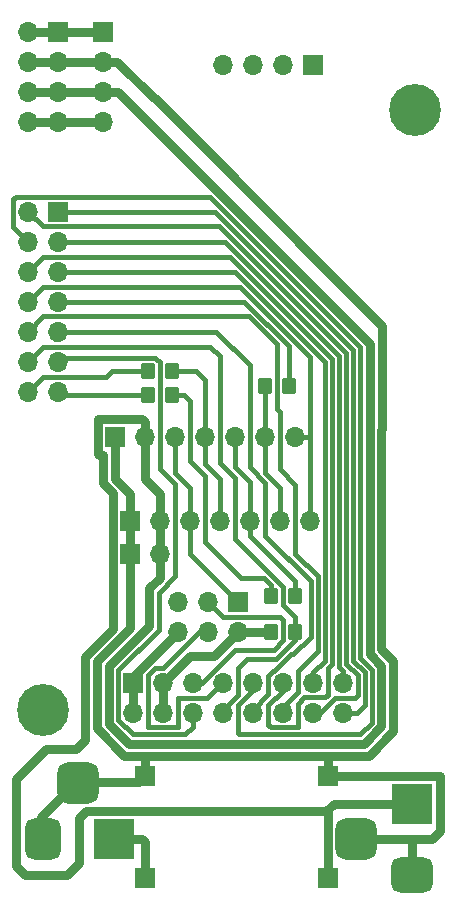
<source format=gbr>
%TF.GenerationSoftware,KiCad,Pcbnew,7.0.10*%
%TF.CreationDate,2024-01-29T09:08:00-07:00*%
%TF.ProjectId,AMPE32T30,414d5045-3332-4543-9330-2e6b69636164,rev?*%
%TF.SameCoordinates,PX76efc10PY5962530*%
%TF.FileFunction,Copper,L1,Top*%
%TF.FilePolarity,Positive*%
%FSLAX46Y46*%
G04 Gerber Fmt 4.6, Leading zero omitted, Abs format (unit mm)*
G04 Created by KiCad (PCBNEW 7.0.10) date 2024-01-29 09:08:00*
%MOMM*%
%LPD*%
G01*
G04 APERTURE LIST*
G04 Aperture macros list*
%AMRoundRect*
0 Rectangle with rounded corners*
0 $1 Rounding radius*
0 $2 $3 $4 $5 $6 $7 $8 $9 X,Y pos of 4 corners*
0 Add a 4 corners polygon primitive as box body*
4,1,4,$2,$3,$4,$5,$6,$7,$8,$9,$2,$3,0*
0 Add four circle primitives for the rounded corners*
1,1,$1+$1,$2,$3*
1,1,$1+$1,$4,$5*
1,1,$1+$1,$6,$7*
1,1,$1+$1,$8,$9*
0 Add four rect primitives between the rounded corners*
20,1,$1+$1,$2,$3,$4,$5,0*
20,1,$1+$1,$4,$5,$6,$7,0*
20,1,$1+$1,$6,$7,$8,$9,0*
20,1,$1+$1,$8,$9,$2,$3,0*%
G04 Aperture macros list end*
%TA.AperFunction,ComponentPad*%
%ADD10R,1.700000X1.700000*%
%TD*%
%TA.AperFunction,ComponentPad*%
%ADD11O,1.700000X1.700000*%
%TD*%
%TA.AperFunction,ComponentPad*%
%ADD12C,4.400000*%
%TD*%
%TA.AperFunction,SMDPad,CuDef*%
%ADD13RoundRect,0.250000X0.350000X0.450000X-0.350000X0.450000X-0.350000X-0.450000X0.350000X-0.450000X0*%
%TD*%
%TA.AperFunction,SMDPad,CuDef*%
%ADD14RoundRect,0.250000X-0.350000X-0.450000X0.350000X-0.450000X0.350000X0.450000X-0.350000X0.450000X0*%
%TD*%
%TA.AperFunction,ComponentPad*%
%ADD15R,3.500000X3.500000*%
%TD*%
%TA.AperFunction,ComponentPad*%
%ADD16RoundRect,0.750000X-0.750000X-1.000000X0.750000X-1.000000X0.750000X1.000000X-0.750000X1.000000X0*%
%TD*%
%TA.AperFunction,ComponentPad*%
%ADD17RoundRect,0.875000X-0.875000X-0.875000X0.875000X-0.875000X0.875000X0.875000X-0.875000X0.875000X0*%
%TD*%
%TA.AperFunction,ComponentPad*%
%ADD18RoundRect,0.750000X1.000000X-0.750000X1.000000X0.750000X-1.000000X0.750000X-1.000000X-0.750000X0*%
%TD*%
%TA.AperFunction,ComponentPad*%
%ADD19RoundRect,0.875000X0.875000X-0.875000X0.875000X0.875000X-0.875000X0.875000X-0.875000X-0.875000X0*%
%TD*%
%TA.AperFunction,Conductor*%
%ADD20C,0.800000*%
%TD*%
%TA.AperFunction,Conductor*%
%ADD21C,0.400000*%
%TD*%
G04 APERTURE END LIST*
D10*
%TO.P,J4,1,Pin_1*%
%TO.N,/GND*%
X10414000Y32004000D03*
D11*
%TO.P,J4,2,Pin_2*%
%TO.N,/VCC*%
X12954000Y32004000D03*
%TO.P,J4,3,Pin_3*%
%TO.N,/AUX*%
X15494000Y32004000D03*
%TO.P,J4,4,Pin_4*%
%TO.N,/RXD*%
X18034000Y32004000D03*
%TO.P,J4,5,Pin_5*%
%TO.N,/TXD*%
X20574000Y32004000D03*
%TO.P,J4,6,Pin_6*%
%TO.N,/M1*%
X23114000Y32004000D03*
%TO.P,J4,7,Pin_7*%
%TO.N,/M0*%
X25654000Y32004000D03*
%TD*%
D10*
%TO.P,J5,1,Pin_1*%
%TO.N,/GND*%
X10668000Y18288000D03*
D11*
%TO.P,J5,2,Pin_2*%
X10668000Y15748000D03*
%TO.P,J5,3,Pin_3*%
%TO.N,/VCC*%
X13208000Y18288000D03*
%TO.P,J5,4,Pin_4*%
X13208000Y15748000D03*
%TO.P,J5,5,Pin_5*%
%TO.N,/SCK*%
X15748000Y18288000D03*
%TO.P,J5,6,Pin_6*%
%TO.N,/SET*%
X15748000Y15748000D03*
%TO.P,J5,7,Pin_7*%
%TO.N,/SDA*%
X18288000Y18288000D03*
%TO.P,J5,8,Pin_8*%
%TO.N,/OK*%
X18288000Y15748000D03*
%TO.P,J5,9,Pin_9*%
%TO.N,/RES*%
X20828000Y18288000D03*
%TO.P,J5,10,Pin_10*%
%TO.N,/RT*%
X20828000Y15748000D03*
%TO.P,J5,11,Pin_11*%
%TO.N,/RS*%
X23368000Y18288000D03*
%TO.P,J5,12,Pin_12*%
%TO.N,/UP*%
X23368000Y15748000D03*
%TO.P,J5,13,Pin_13*%
%TO.N,/CS*%
X25908000Y18288000D03*
%TO.P,J5,14,Pin_14*%
%TO.N,/DW*%
X25908000Y15748000D03*
%TO.P,J5,15,Pin_15*%
%TO.N,/BL*%
X28448000Y18288000D03*
%TO.P,J5,16,Pin_16*%
%TO.N,/LFT*%
X28448000Y15748000D03*
%TD*%
D10*
%TO.P,J6,1,Pin_1*%
%TO.N,/GND*%
X10414000Y29210000D03*
D11*
%TO.P,J6,2,Pin_2*%
%TO.N,/VCC*%
X12954000Y29210000D03*
%TD*%
D12*
%TO.P,f,1*%
%TO.N,N/C*%
X34544000Y66802000D03*
%TD*%
%TO.P,e,1*%
%TO.N,N/C*%
X3048000Y16002000D03*
%TD*%
D10*
%TO.P,J7,1,Pin_1*%
%TO.N,/LFT*%
X4318000Y58166000D03*
D11*
%TO.P,J7,2,Pin_2*%
%TO.N,/DW*%
X1778000Y58166000D03*
%TO.P,J7,3,Pin_3*%
%TO.N,/BL*%
X4318000Y55626000D03*
%TO.P,J7,4,Pin_4*%
%TO.N,/RES*%
X1778000Y55626000D03*
%TO.P,J7,5,Pin_5*%
%TO.N,/CS*%
X4318000Y53086000D03*
%TO.P,J7,6,Pin_6*%
%TO.N,/RS*%
X1778000Y53086000D03*
%TO.P,J7,7,Pin_7*%
%TO.N,Net-(J7-Pin_7)*%
X4318000Y50546000D03*
%TO.P,J7,8,Pin_8*%
%TO.N,/M0*%
X1778000Y50546000D03*
%TO.P,J7,9,Pin_9*%
%TO.N,/RT*%
X4318000Y48006000D03*
%TO.P,J7,10,Pin_10*%
%TO.N,/UP*%
X1778000Y48006000D03*
%TO.P,J7,11,Pin_11*%
%TO.N,/SET*%
X4318000Y45466000D03*
%TO.P,J7,12,Pin_12*%
%TO.N,/OK*%
X1778000Y45466000D03*
%TO.P,J7,13,Pin_13*%
%TO.N,/TXR*%
X4318000Y42926000D03*
%TO.P,J7,14,Pin_14*%
%TO.N,/RXR*%
X1778000Y42926000D03*
%TD*%
D13*
%TO.P,R1,1*%
%TO.N,/RXD*%
X13938000Y44704000D03*
%TO.P,R1,2*%
%TO.N,/RXR*%
X11938000Y44704000D03*
%TD*%
D10*
%TO.P,MP,1*%
%TO.N,N/C*%
X25908000Y70612000D03*
D11*
%TO.P,MP,2*%
X23368000Y70612000D03*
%TO.P,MP,3*%
X20828000Y70612000D03*
%TO.P,MP,4*%
X18288000Y70612000D03*
%TD*%
D10*
%TO.P,J1,1,Pin_1*%
%TO.N,/VIN*%
X4318000Y73406000D03*
D11*
%TO.P,J1,2,Pin_2*%
X1778000Y73406000D03*
%TO.P,J1,3,Pin_3*%
%TO.N,/GND*%
X4318000Y70866000D03*
%TO.P,J1,4,Pin_4*%
X1778000Y70866000D03*
%TO.P,J1,5,Pin_5*%
%TO.N,/VCC*%
X4318000Y68326000D03*
%TO.P,J1,6,Pin_6*%
X1778000Y68326000D03*
%TO.P,J1,7,Pin_7*%
%TO.N,/3V3*%
X4318000Y65786000D03*
%TO.P,J1,8,Pin_8*%
X1778000Y65786000D03*
%TD*%
D10*
%TO.P,J3,1,Pin_1*%
%TO.N,/VIN*%
X8128000Y73406000D03*
D11*
%TO.P,J3,2,Pin_2*%
%TO.N,/GND*%
X8128000Y70866000D03*
%TO.P,J3,3,Pin_3*%
%TO.N,/VCC*%
X8128000Y68326000D03*
%TO.P,J3,4,Pin_4*%
%TO.N,/3V3*%
X8128000Y65786000D03*
%TD*%
D14*
%TO.P,R5,1*%
%TO.N,/M1*%
X21844000Y43434000D03*
%TO.P,R5,2*%
%TO.N,Net-(J7-Pin_7)*%
X23844000Y43434000D03*
%TD*%
D10*
%TO.P,J12,1,Pin_1*%
%TO.N,/VCC*%
X27178000Y1778000D03*
%TD*%
%TO.P,J14,1,Pin_1*%
%TO.N,/GND*%
X9144000Y39116000D03*
D11*
%TO.P,J14,2,Pin_2*%
%TO.N,/VCC*%
X11684000Y39116000D03*
%TO.P,J14,3,Pin_3*%
%TO.N,/AUX*%
X14224000Y39116000D03*
%TO.P,J14,4,Pin_4*%
%TO.N,/RXD*%
X16764000Y39116000D03*
%TO.P,J14,5,Pin_5*%
%TO.N,/TXD*%
X19304000Y39116000D03*
%TO.P,J14,6,Pin_6*%
%TO.N,/M1*%
X21844000Y39116000D03*
%TO.P,J14,7,Pin_7*%
%TO.N,/M0*%
X24384000Y39116000D03*
%TD*%
D13*
%TO.P,R2,1*%
%TO.N,Net-(R2-Pad1)*%
X13938000Y42672000D03*
%TO.P,R2,2*%
%TO.N,/TXR*%
X11938000Y42672000D03*
%TD*%
D10*
%TO.P,J11,1,Pin_1*%
%TO.N,/GND*%
X27178000Y10414000D03*
%TD*%
%TO.P,J13,1,Pin_1*%
%TO.N,/HVIN*%
X11684000Y1778000D03*
%TD*%
%TO.P,J10,1,Pin_1*%
%TO.N,/GND*%
X11684000Y10414000D03*
%TD*%
%TO.P,J2,1,Pin_1*%
%TO.N,/AUX*%
X19558000Y25146000D03*
D11*
%TO.P,J2,2,Pin_2*%
%TO.N,/VCC*%
X19558000Y22606000D03*
%TO.P,J2,3,Pin_3*%
%TO.N,/SCK*%
X17018000Y25146000D03*
%TO.P,J2,4,Pin_4*%
%TO.N,/SDA*%
X17018000Y22606000D03*
%TO.P,J2,5,Pin_5*%
%TO.N,unconnected-(J2-Pin_5-Pad5)*%
X14478000Y25146000D03*
%TO.P,J2,6,Pin_6*%
%TO.N,/GND*%
X14478000Y22606000D03*
%TD*%
D14*
%TO.P,R3,1*%
%TO.N,/VCC*%
X22384000Y22606000D03*
%TO.P,R3,2*%
%TO.N,/OK*%
X24384000Y22606000D03*
%TD*%
D13*
%TO.P,R4,1*%
%TO.N,/TXD*%
X24384000Y25654000D03*
%TO.P,R4,2*%
%TO.N,Net-(R2-Pad1)*%
X22384000Y25654000D03*
%TD*%
D15*
%TO.P,J8,1*%
%TO.N,/HVIN*%
X9048000Y5080000D03*
D16*
%TO.P,J8,2*%
%TO.N,/GND*%
X3048000Y5080000D03*
D17*
%TO.P,J8,3*%
X6048000Y9780000D03*
%TD*%
D15*
%TO.P,J9,1*%
%TO.N,/VCC*%
X34290000Y8032000D03*
D18*
%TO.P,J9,2*%
%TO.N,/GND*%
X34290000Y2032000D03*
D19*
%TO.P,J9,3*%
X29590000Y5032000D03*
%TD*%
D20*
%TO.N,/GND*%
X10414000Y32004000D02*
X10414000Y34290000D01*
X30645580Y12097969D02*
X27178000Y12097969D01*
X34290000Y5032000D02*
X29590000Y5032000D01*
X10668000Y15748000D02*
X10668000Y17398000D01*
X31704066Y39669934D02*
X31704063Y21124634D01*
X36640000Y5682000D02*
X35990000Y5032000D01*
X10668000Y18288000D02*
X10668000Y15748000D01*
X14478000Y22606000D02*
X10668000Y18796000D01*
X4318000Y70866000D02*
X8128000Y70866000D01*
X32698041Y14150430D02*
X30645580Y12097969D01*
X7617979Y20069563D02*
X10414000Y22865584D01*
X9922418Y12097969D02*
X7617979Y14402408D01*
X34290000Y2032000D02*
X34290000Y5032000D01*
X31750000Y48514000D02*
X31750000Y39715868D01*
X11176000Y9906000D02*
X11684000Y10414000D01*
X36640000Y10382000D02*
X36640000Y5682000D01*
X27178000Y12097969D02*
X11684000Y12097969D01*
X32698039Y15602430D02*
X32698041Y15602428D01*
X10668000Y18796000D02*
X10668000Y18288000D01*
X1778000Y70866000D02*
X4318000Y70866000D01*
X10414000Y34290000D02*
X9144000Y35560000D01*
X11684000Y10414000D02*
X11684000Y12097969D01*
X9330081Y70866000D02*
X12446000Y67750081D01*
X35990000Y5032000D02*
X34290000Y5032000D01*
X5842000Y9906000D02*
X11176000Y9906000D01*
X2842000Y5206000D02*
X2842000Y6906000D01*
X31750000Y39715868D02*
X31704066Y39669934D01*
X2842000Y6906000D02*
X5842000Y9906000D01*
X27178000Y10414000D02*
X36608000Y10414000D01*
X7617979Y14402408D02*
X7617979Y20069563D01*
X10414000Y32004000D02*
X10414000Y29210000D01*
X8128000Y70866000D02*
X9330081Y70866000D01*
X27178000Y10414000D02*
X27178000Y12097969D01*
X36608000Y10414000D02*
X36640000Y10382000D01*
X11684000Y12097969D02*
X9922418Y12097969D01*
X10414000Y22865584D02*
X10414000Y29210000D01*
X32698041Y15602428D02*
X32698041Y14150430D01*
X12446000Y67750081D02*
X12513919Y67750081D01*
X31704063Y21124634D02*
X32698039Y20130658D01*
X9144000Y35560000D02*
X9144000Y39116000D01*
X12513919Y67750081D02*
X31750000Y48514000D01*
X32698039Y20130658D02*
X32698039Y15602430D01*
D21*
%TO.N,/RES*%
X20138002Y18288000D02*
X20828000Y18288000D01*
X29904047Y20379040D02*
X29904047Y46688583D01*
X19538001Y13989999D02*
X19538001Y16403459D01*
X19630011Y13897989D02*
X19538001Y13989999D01*
X29904047Y20379040D02*
X30898021Y19385066D01*
X19538001Y16403459D02*
X20828000Y17693458D01*
X20828000Y17693458D02*
X20828000Y18288000D01*
X30898021Y14896021D02*
X29899989Y13897989D01*
X527999Y59201999D02*
X527999Y56876001D01*
X29899989Y13897989D02*
X19630011Y13897989D01*
X30898021Y19385066D02*
X30898021Y14896021D01*
X29904047Y46688583D02*
X17176629Y59416001D01*
X742001Y59416001D02*
X527999Y59201999D01*
X17176629Y59416001D02*
X742001Y59416001D01*
X527999Y56876001D02*
X1778000Y55626000D01*
%TO.N,/SDA*%
X16941705Y17018000D02*
X14478000Y17018000D01*
X14478000Y17018000D02*
X14478000Y14497999D01*
X11938000Y15128000D02*
X11957999Y15147999D01*
X16256000Y22606000D02*
X13208000Y19558000D01*
X17018000Y22606000D02*
X16256000Y22606000D01*
X18211705Y18288000D02*
X16941705Y17018000D01*
X18288000Y18901530D02*
X18288000Y18288000D01*
X18288000Y18288000D02*
X18669000Y18288000D01*
X11938000Y14497999D02*
X11938000Y15128000D01*
X11957999Y15147999D02*
X11957999Y18954629D01*
X12561370Y19558000D02*
X11957999Y18954629D01*
X13208000Y19558000D02*
X12561370Y19558000D01*
X14478000Y14497999D02*
X11938000Y14497999D01*
X18288000Y18288000D02*
X18542000Y18288000D01*
X18288000Y18288000D02*
X18211705Y18288000D01*
X18288000Y18709458D02*
X18288000Y18288000D01*
X17598002Y18288000D02*
X18288000Y18288000D01*
%TO.N,/SCK*%
X23114000Y23876000D02*
X23384000Y23606000D01*
X19304000Y21082000D02*
X16510000Y18288000D01*
X18288000Y23876000D02*
X23114000Y23876000D01*
X16510000Y18288000D02*
X15748000Y18288000D01*
X23384000Y21879834D02*
X22586166Y21082000D01*
X23384000Y23606000D02*
X23384000Y21879834D01*
X22586166Y21082000D02*
X19304000Y21082000D01*
X17018000Y25146000D02*
X18288000Y23876000D01*
%TO.N,/RS*%
X25165999Y17037999D02*
X24638000Y16510000D01*
X3028000Y54336000D02*
X18862518Y54336000D01*
X22332001Y14497999D02*
X22117999Y14712001D01*
X1778000Y53086000D02*
X3028000Y54336000D01*
X18862518Y54336000D02*
X27504011Y45694507D01*
X23368000Y18201458D02*
X23368000Y18288000D01*
X22117999Y14712001D02*
X22117999Y16348001D01*
X27504011Y19884011D02*
X27158001Y19538001D01*
X23368000Y17598002D02*
X23368000Y18288000D01*
X27158001Y19538001D02*
X27158001Y17252001D01*
X26943999Y17037999D02*
X25165999Y17037999D01*
X22117999Y16348001D02*
X23368000Y17598002D01*
X24638000Y16510000D02*
X24638000Y14497999D01*
X27158001Y17252001D02*
X26943999Y17037999D01*
X24638000Y14497999D02*
X22332001Y14497999D01*
X27504011Y45694507D02*
X27504011Y19884011D01*
%TO.N,/CS*%
X25908000Y18288000D02*
X25908000Y19136542D01*
X26904001Y45445989D02*
X19263990Y53086000D01*
X19263990Y53086000D02*
X4318000Y53086000D01*
X25908000Y19136542D02*
X26904001Y20132543D01*
X26904001Y20132543D02*
X26904001Y33634541D01*
X25908000Y18288000D02*
X25654000Y18288000D01*
X26904001Y33528000D02*
X26904001Y45445989D01*
%TO.N,/M0*%
X19705462Y51796000D02*
X25654000Y45847462D01*
X25654000Y39116000D02*
X25654000Y32004000D01*
X24384000Y39116000D02*
X25654000Y39116000D01*
X1778000Y50546000D02*
X3028000Y51796000D01*
X3028000Y51796000D02*
X19705462Y51796000D01*
X1778000Y50546000D02*
X2118528Y50546000D01*
X25654000Y45847462D02*
X25654000Y39116000D01*
%TO.N,/M1*%
X21844000Y36068000D02*
X21844000Y39116000D01*
X21844000Y43434000D02*
X21844000Y39116000D01*
X23114000Y34798000D02*
X21844000Y36068000D01*
X23114000Y32004000D02*
X23114000Y34798000D01*
%TO.N,/TXD*%
X20574000Y35306000D02*
X20574000Y32004000D01*
X19034000Y39386000D02*
X19304000Y39116000D01*
X20558000Y32020000D02*
X20574000Y32004000D01*
X19304000Y39116000D02*
X19304000Y36576000D01*
X19304000Y36576000D02*
X20574000Y35306000D01*
X24384000Y26924000D02*
X24384000Y25654000D01*
X20574000Y30734000D02*
X24384000Y26924000D01*
X20574000Y32004000D02*
X20574000Y30734000D01*
%TO.N,/RXD*%
X16764000Y43942000D02*
X16002000Y44704000D01*
X16002000Y44704000D02*
X13938000Y44704000D01*
X16764000Y39116000D02*
X16764000Y43942000D01*
X18034000Y35544000D02*
X18034000Y32004000D01*
X16764000Y36814000D02*
X18034000Y35544000D01*
X16764000Y39116000D02*
X16764000Y36814000D01*
%TO.N,/AUX*%
X14224000Y36068000D02*
X15494000Y34798000D01*
X14224000Y39116000D02*
X14224000Y36068000D01*
X15494000Y29210000D02*
X19558000Y25146000D01*
X15494000Y34798000D02*
X15494000Y32004000D01*
X15494000Y32004000D02*
X15494000Y29210000D01*
%TO.N,/BL*%
X28448000Y18446544D02*
X28448000Y18288000D01*
X28448000Y18288000D02*
X28448000Y18542000D01*
X28448000Y19289461D02*
X28104020Y19633441D01*
X28448000Y18288000D02*
X28448000Y19289461D01*
X28104021Y45943025D02*
X18421046Y55626000D01*
X28448000Y18288000D02*
X28448000Y18647165D01*
X18421046Y55626000D02*
X4318000Y55626000D01*
X28104020Y19633441D02*
X28104021Y45943025D01*
D20*
%TO.N,/VCC*%
X30704047Y46928047D02*
X30704047Y39255727D01*
X30704047Y39255727D02*
X30704057Y39255717D01*
X7694000Y37666000D02*
X7768000Y37592000D01*
X12954000Y32004000D02*
X12954000Y29210000D01*
X12033315Y23070685D02*
X12033315Y26257315D01*
X3302000Y12700000D02*
X762000Y10160000D01*
X6096000Y6828000D02*
X6698000Y7430000D01*
X34290000Y8032000D02*
X27654000Y8032000D01*
X7694000Y40566000D02*
X7694000Y37666000D01*
X11684000Y39116000D02*
X11684000Y40318081D01*
X12954000Y27178000D02*
X12954000Y29210000D01*
X27654000Y8032000D02*
X27052000Y7430000D01*
X5080000Y2032000D02*
X6096000Y3048000D01*
X13208000Y18288000D02*
X13208000Y15748000D01*
X8942088Y34303874D02*
X8942088Y22807886D01*
X8144000Y35145786D02*
X8964000Y34325786D01*
X30704057Y39255717D02*
X30704055Y20710416D01*
X8144000Y37576000D02*
X8144000Y35145786D01*
X31698031Y14564647D02*
X30231363Y13097979D01*
X12954000Y34290000D02*
X11684000Y35560000D01*
X10336635Y13097979D02*
X8617989Y14816625D01*
X27178000Y7304000D02*
X27052000Y7430000D01*
X12033315Y26257315D02*
X12954000Y27178000D01*
X11684000Y40318081D02*
X11436081Y40566000D01*
X8617989Y19655359D02*
X12033315Y23070685D01*
X1778000Y68326000D02*
X4318000Y68326000D01*
X762000Y2794000D02*
X1524000Y2032000D01*
X27178000Y1778000D02*
X27178000Y7304000D01*
X30231363Y13097979D02*
X10336635Y13097979D01*
X31698031Y19716440D02*
X31698031Y14564647D01*
X6604000Y13462000D02*
X5842000Y12700000D01*
X30750000Y46974000D02*
X30704047Y46928047D01*
X8128000Y68326000D02*
X9398000Y68326000D01*
X1524000Y2032000D02*
X5080000Y2032000D01*
X6096000Y3048000D02*
X6096000Y6828000D01*
X19558000Y22606000D02*
X22384000Y22606000D01*
X8128000Y37592000D02*
X8144000Y37576000D01*
X8617989Y14816625D02*
X8617989Y19655359D01*
X9398000Y68326000D02*
X30750000Y46974000D01*
X6698000Y7430000D02*
X27052000Y7430000D01*
X15476000Y20556000D02*
X13208000Y18288000D01*
X7768000Y37592000D02*
X8128000Y37592000D01*
X4318000Y68326000D02*
X8128000Y68326000D01*
X19558000Y22606000D02*
X17508000Y20556000D01*
X11684000Y35560000D02*
X11684000Y39116000D01*
X8964000Y34325786D02*
X8942088Y34303874D01*
X762000Y10160000D02*
X762000Y2794000D01*
X11436081Y40566000D02*
X7694000Y40566000D01*
X12954000Y32004000D02*
X12954000Y34290000D01*
X8942088Y22807886D02*
X6604000Y20469798D01*
X30704055Y20710416D02*
X31698031Y19716440D01*
X5842000Y12700000D02*
X3302000Y12700000D01*
X6604000Y20469798D02*
X6604000Y13462000D01*
X17508000Y20556000D02*
X15476000Y20556000D01*
D21*
%TO.N,/LFT*%
X29304038Y20130507D02*
X29304038Y46440064D01*
X29650081Y15748000D02*
X30298011Y16395930D01*
X28448000Y15748000D02*
X29650081Y15748000D01*
X30298011Y16395930D02*
X30298011Y19136534D01*
X28606544Y15748000D02*
X28448000Y15748000D01*
X17578102Y58166000D02*
X4318000Y58166000D01*
X30298011Y19136534D02*
X29304038Y20130507D01*
X17578102Y58166000D02*
X29304038Y46440064D01*
%TO.N,/DW*%
X28704029Y19881974D02*
X29698001Y18888002D01*
X1778000Y58166000D02*
X3028001Y56915999D01*
X27752543Y16998001D02*
X26502542Y15748000D01*
X17979575Y56915999D02*
X28704030Y46191544D01*
X26502542Y15748000D02*
X25908000Y15748000D01*
X29698001Y18888002D02*
X29698001Y17252001D01*
X28704030Y46191544D02*
X28704029Y19881974D01*
X3028001Y56915999D02*
X17979575Y56915999D01*
X29444001Y16998001D02*
X27752543Y16998001D01*
X29698001Y17252001D02*
X29444001Y16998001D01*
%TO.N,/UP*%
X23094000Y41168000D02*
X22844000Y41418000D01*
X22844000Y46960406D02*
X20508406Y49296000D01*
X24384000Y29210000D02*
X24384000Y35052000D01*
X24384000Y35052000D02*
X23094000Y36342000D01*
X23368000Y16256000D02*
X24638000Y17526000D01*
X24638000Y17526000D02*
X24638000Y19304000D01*
X3068000Y49296000D02*
X1778000Y48006000D01*
X20508406Y49296000D02*
X3068000Y49296000D01*
X23094000Y36342000D02*
X23094000Y41168000D01*
X26304001Y27289999D02*
X24384000Y29210000D01*
X24638000Y19304000D02*
X26304001Y20970001D01*
X23368000Y15748000D02*
X23368000Y16256000D01*
X22844000Y41418000D02*
X22844000Y46960406D01*
X26304001Y20970001D02*
X26304001Y27289999D01*
%TO.N,/RT*%
X17696166Y48006000D02*
X20554000Y45148166D01*
X22118000Y17292000D02*
X20828000Y16002000D01*
X4069468Y47405990D02*
X3893729Y47581729D01*
X23046528Y19720000D02*
X23032233Y19720000D01*
X21844000Y35219472D02*
X21844000Y30734000D01*
X22118000Y18805767D02*
X22118000Y17292000D01*
X20828000Y16002000D02*
X20828000Y15748000D01*
X21844000Y30734000D02*
X25704001Y26873999D01*
X23032233Y19720000D02*
X22118000Y18805767D01*
X4318000Y48006000D02*
X4656000Y48344000D01*
X24015264Y20688736D02*
X23046528Y19720000D01*
X20828000Y15748000D02*
X20828000Y16256000D01*
X20554000Y36509472D02*
X21844000Y35219472D01*
X4318000Y48006000D02*
X3810000Y48006000D01*
X20554000Y45148166D02*
X20554000Y36509472D01*
X25704001Y26873999D02*
X25704001Y22148001D01*
X24244736Y20688736D02*
X24015264Y20688736D01*
X4318000Y48006000D02*
X17696166Y48006000D01*
X25704001Y22148001D02*
X24244736Y20688736D01*
%TO.N,/OK*%
X23384000Y26380166D02*
X23384000Y24876000D01*
X24384000Y22606000D02*
X24384000Y21906000D01*
X1778000Y45307456D02*
X1778000Y45466000D01*
X19538002Y19538002D02*
X19538002Y17251988D01*
X24384000Y21906000D02*
X22798000Y20320000D01*
X1778000Y45466000D02*
X3048000Y46736000D01*
X22798000Y20320000D02*
X20320000Y20320000D01*
X19284000Y35580000D02*
X19284000Y30480166D01*
X18014000Y36850000D02*
X19284000Y35580000D01*
X3048000Y46736000D02*
X17188166Y46736000D01*
X18014000Y45910166D02*
X18014000Y36850000D01*
X1778000Y45466000D02*
X1778000Y45542295D01*
X20320000Y20320000D02*
X19538002Y19538002D01*
X1778000Y45466000D02*
X1778000Y44958000D01*
X23384000Y24876000D02*
X24384000Y23876000D01*
X17188166Y46736000D02*
X18014000Y45910166D01*
X19538002Y17251988D02*
X18288000Y16001986D01*
X24384000Y23876000D02*
X24384000Y22606000D01*
X19284000Y30480166D02*
X23384000Y26380166D01*
X18288000Y15748000D02*
X18288000Y16002000D01*
X18288000Y16001986D02*
X18288000Y15748000D01*
%TO.N,/SET*%
X10667985Y13897999D02*
X9417989Y15147995D01*
X4318000Y45466000D02*
X4231472Y45466000D01*
X4318000Y45466000D02*
X4748000Y45896000D01*
X12833315Y22739315D02*
X12833315Y25902686D01*
X12833315Y25902686D02*
X14204000Y27273371D01*
X4656000Y45804000D02*
X12564166Y45804000D01*
X15748000Y14545919D02*
X15100080Y13897999D01*
X15100080Y13897999D02*
X10667985Y13897999D01*
X12938000Y36338000D02*
X14204000Y35072000D01*
X9417989Y15147995D02*
X9417989Y19323989D01*
X12564166Y45804000D02*
X12938000Y45430166D01*
X4318000Y45466000D02*
X4656000Y45804000D01*
X14204000Y27273371D02*
X14204000Y35072000D01*
X12938000Y45430166D02*
X12938000Y36338000D01*
X15748000Y15748000D02*
X15748000Y14545919D01*
X9417989Y19323989D02*
X12833315Y22739315D01*
%TO.N,/RXR*%
X1778000Y42926000D02*
X1778000Y42767456D01*
X1778000Y42926000D02*
X1778000Y42585458D01*
X3032000Y44180000D02*
X1778000Y42926000D01*
X8382000Y44180000D02*
X3032000Y44180000D01*
X8906000Y44704000D02*
X8382000Y44180000D01*
X11938000Y44704000D02*
X8906000Y44704000D01*
%TO.N,/TXR*%
X11938000Y42672000D02*
X4572000Y42672000D01*
X4572000Y42672000D02*
X4318000Y42926000D01*
%TO.N,/HVIN*%
X8842000Y4620000D02*
X8842000Y5206000D01*
D20*
X11684000Y4826000D02*
X11684000Y1778000D01*
X11430000Y5080000D02*
X11684000Y4826000D01*
X9048000Y5080000D02*
X11430000Y5080000D01*
%TO.N,/3V3*%
X4318000Y65786000D02*
X8128000Y65786000D01*
X1778000Y65786000D02*
X4318000Y65786000D01*
%TO.N,/VIN*%
X8128000Y73406000D02*
X4318000Y73406000D01*
X1778000Y73406000D02*
X4318000Y73406000D01*
D21*
%TO.N,Net-(R2-Pad1)*%
X16764000Y30226000D02*
X16764000Y35814000D01*
X22384000Y25654000D02*
X22384000Y26531638D01*
X14986000Y42672000D02*
X13938000Y42672000D01*
X19812000Y27178000D02*
X16764000Y30226000D01*
X21737638Y27178000D02*
X19812000Y27178000D01*
X16764000Y35814000D02*
X15494000Y37084000D01*
X22384000Y26531638D02*
X21737638Y27178000D01*
X15494000Y37084000D02*
X15494000Y42164000D01*
X15494000Y42164000D02*
X14986000Y42672000D01*
%TO.N,Net-(J7-Pin_7)*%
X4318000Y50546000D02*
X20106934Y50546000D01*
X23844000Y46808934D02*
X23844000Y43434000D01*
X20106934Y50546000D02*
X23844000Y46808934D01*
%TD*%
M02*

</source>
